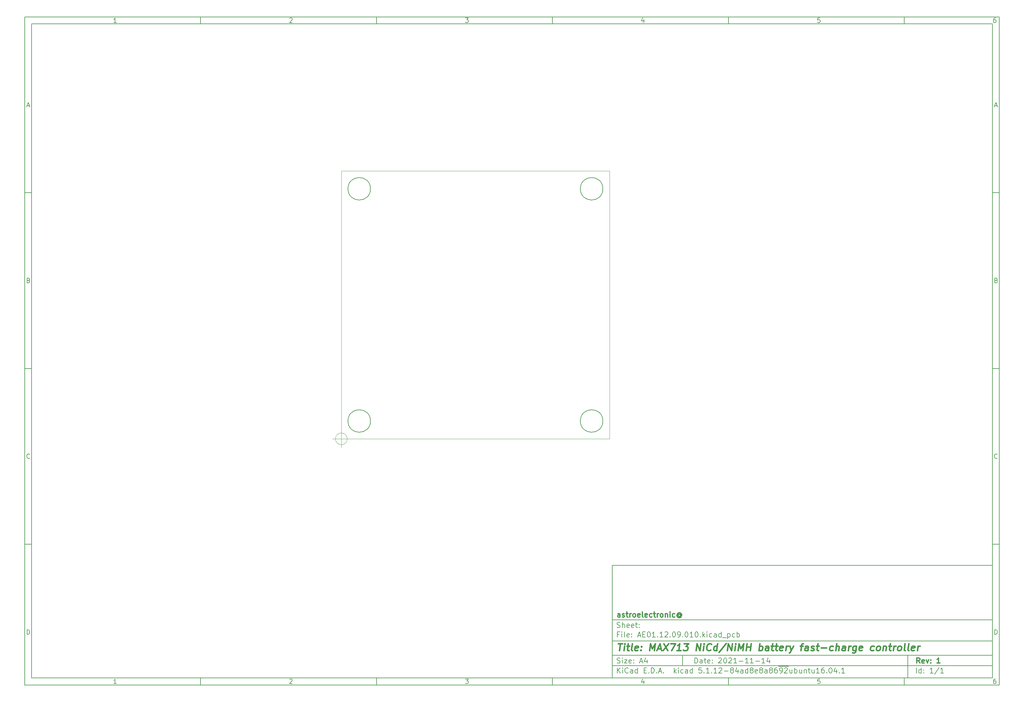
<source format=gbr>
%TF.GenerationSoftware,KiCad,Pcbnew,5.1.12-84ad8e8a86~92~ubuntu16.04.1*%
%TF.CreationDate,2021-11-14T14:14:53+01:00*%
%TF.ProjectId,AE01.12.09.010,41453031-2e31-4322-9e30-392e3031302e,1*%
%TF.SameCoordinates,Original*%
%TF.FileFunction,Other,Comment*%
%FSLAX46Y46*%
G04 Gerber Fmt 4.6, Leading zero omitted, Abs format (unit mm)*
G04 Created by KiCad (PCBNEW 5.1.12-84ad8e8a86~92~ubuntu16.04.1) date 2021-11-14 14:14:53*
%MOMM*%
%LPD*%
G01*
G04 APERTURE LIST*
%ADD10C,0.100000*%
%ADD11C,0.150000*%
%ADD12C,0.300000*%
%ADD13C,0.400000*%
%TA.AperFunction,Profile*%
%ADD14C,0.050000*%
%TD*%
G04 APERTURE END LIST*
D10*
D11*
X177002200Y-166007200D02*
X177002200Y-198007200D01*
X285002200Y-198007200D01*
X285002200Y-166007200D01*
X177002200Y-166007200D01*
D10*
D11*
X10000000Y-10000000D02*
X10000000Y-200007200D01*
X287002200Y-200007200D01*
X287002200Y-10000000D01*
X10000000Y-10000000D01*
D10*
D11*
X12000000Y-12000000D02*
X12000000Y-198007200D01*
X285002200Y-198007200D01*
X285002200Y-12000000D01*
X12000000Y-12000000D01*
D10*
D11*
X60000000Y-12000000D02*
X60000000Y-10000000D01*
D10*
D11*
X110000000Y-12000000D02*
X110000000Y-10000000D01*
D10*
D11*
X160000000Y-12000000D02*
X160000000Y-10000000D01*
D10*
D11*
X210000000Y-12000000D02*
X210000000Y-10000000D01*
D10*
D11*
X260000000Y-12000000D02*
X260000000Y-10000000D01*
D10*
D11*
X36065476Y-11588095D02*
X35322619Y-11588095D01*
X35694047Y-11588095D02*
X35694047Y-10288095D01*
X35570238Y-10473809D01*
X35446428Y-10597619D01*
X35322619Y-10659523D01*
D10*
D11*
X85322619Y-10411904D02*
X85384523Y-10350000D01*
X85508333Y-10288095D01*
X85817857Y-10288095D01*
X85941666Y-10350000D01*
X86003571Y-10411904D01*
X86065476Y-10535714D01*
X86065476Y-10659523D01*
X86003571Y-10845238D01*
X85260714Y-11588095D01*
X86065476Y-11588095D01*
D10*
D11*
X135260714Y-10288095D02*
X136065476Y-10288095D01*
X135632142Y-10783333D01*
X135817857Y-10783333D01*
X135941666Y-10845238D01*
X136003571Y-10907142D01*
X136065476Y-11030952D01*
X136065476Y-11340476D01*
X136003571Y-11464285D01*
X135941666Y-11526190D01*
X135817857Y-11588095D01*
X135446428Y-11588095D01*
X135322619Y-11526190D01*
X135260714Y-11464285D01*
D10*
D11*
X185941666Y-10721428D02*
X185941666Y-11588095D01*
X185632142Y-10226190D02*
X185322619Y-11154761D01*
X186127380Y-11154761D01*
D10*
D11*
X236003571Y-10288095D02*
X235384523Y-10288095D01*
X235322619Y-10907142D01*
X235384523Y-10845238D01*
X235508333Y-10783333D01*
X235817857Y-10783333D01*
X235941666Y-10845238D01*
X236003571Y-10907142D01*
X236065476Y-11030952D01*
X236065476Y-11340476D01*
X236003571Y-11464285D01*
X235941666Y-11526190D01*
X235817857Y-11588095D01*
X235508333Y-11588095D01*
X235384523Y-11526190D01*
X235322619Y-11464285D01*
D10*
D11*
X285941666Y-10288095D02*
X285694047Y-10288095D01*
X285570238Y-10350000D01*
X285508333Y-10411904D01*
X285384523Y-10597619D01*
X285322619Y-10845238D01*
X285322619Y-11340476D01*
X285384523Y-11464285D01*
X285446428Y-11526190D01*
X285570238Y-11588095D01*
X285817857Y-11588095D01*
X285941666Y-11526190D01*
X286003571Y-11464285D01*
X286065476Y-11340476D01*
X286065476Y-11030952D01*
X286003571Y-10907142D01*
X285941666Y-10845238D01*
X285817857Y-10783333D01*
X285570238Y-10783333D01*
X285446428Y-10845238D01*
X285384523Y-10907142D01*
X285322619Y-11030952D01*
D10*
D11*
X60000000Y-198007200D02*
X60000000Y-200007200D01*
D10*
D11*
X110000000Y-198007200D02*
X110000000Y-200007200D01*
D10*
D11*
X160000000Y-198007200D02*
X160000000Y-200007200D01*
D10*
D11*
X210000000Y-198007200D02*
X210000000Y-200007200D01*
D10*
D11*
X260000000Y-198007200D02*
X260000000Y-200007200D01*
D10*
D11*
X36065476Y-199595295D02*
X35322619Y-199595295D01*
X35694047Y-199595295D02*
X35694047Y-198295295D01*
X35570238Y-198481009D01*
X35446428Y-198604819D01*
X35322619Y-198666723D01*
D10*
D11*
X85322619Y-198419104D02*
X85384523Y-198357200D01*
X85508333Y-198295295D01*
X85817857Y-198295295D01*
X85941666Y-198357200D01*
X86003571Y-198419104D01*
X86065476Y-198542914D01*
X86065476Y-198666723D01*
X86003571Y-198852438D01*
X85260714Y-199595295D01*
X86065476Y-199595295D01*
D10*
D11*
X135260714Y-198295295D02*
X136065476Y-198295295D01*
X135632142Y-198790533D01*
X135817857Y-198790533D01*
X135941666Y-198852438D01*
X136003571Y-198914342D01*
X136065476Y-199038152D01*
X136065476Y-199347676D01*
X136003571Y-199471485D01*
X135941666Y-199533390D01*
X135817857Y-199595295D01*
X135446428Y-199595295D01*
X135322619Y-199533390D01*
X135260714Y-199471485D01*
D10*
D11*
X185941666Y-198728628D02*
X185941666Y-199595295D01*
X185632142Y-198233390D02*
X185322619Y-199161961D01*
X186127380Y-199161961D01*
D10*
D11*
X236003571Y-198295295D02*
X235384523Y-198295295D01*
X235322619Y-198914342D01*
X235384523Y-198852438D01*
X235508333Y-198790533D01*
X235817857Y-198790533D01*
X235941666Y-198852438D01*
X236003571Y-198914342D01*
X236065476Y-199038152D01*
X236065476Y-199347676D01*
X236003571Y-199471485D01*
X235941666Y-199533390D01*
X235817857Y-199595295D01*
X235508333Y-199595295D01*
X235384523Y-199533390D01*
X235322619Y-199471485D01*
D10*
D11*
X285941666Y-198295295D02*
X285694047Y-198295295D01*
X285570238Y-198357200D01*
X285508333Y-198419104D01*
X285384523Y-198604819D01*
X285322619Y-198852438D01*
X285322619Y-199347676D01*
X285384523Y-199471485D01*
X285446428Y-199533390D01*
X285570238Y-199595295D01*
X285817857Y-199595295D01*
X285941666Y-199533390D01*
X286003571Y-199471485D01*
X286065476Y-199347676D01*
X286065476Y-199038152D01*
X286003571Y-198914342D01*
X285941666Y-198852438D01*
X285817857Y-198790533D01*
X285570238Y-198790533D01*
X285446428Y-198852438D01*
X285384523Y-198914342D01*
X285322619Y-199038152D01*
D10*
D11*
X10000000Y-60000000D02*
X12000000Y-60000000D01*
D10*
D11*
X10000000Y-110000000D02*
X12000000Y-110000000D01*
D10*
D11*
X10000000Y-160000000D02*
X12000000Y-160000000D01*
D10*
D11*
X10690476Y-35216666D02*
X11309523Y-35216666D01*
X10566666Y-35588095D02*
X11000000Y-34288095D01*
X11433333Y-35588095D01*
D10*
D11*
X11092857Y-84907142D02*
X11278571Y-84969047D01*
X11340476Y-85030952D01*
X11402380Y-85154761D01*
X11402380Y-85340476D01*
X11340476Y-85464285D01*
X11278571Y-85526190D01*
X11154761Y-85588095D01*
X10659523Y-85588095D01*
X10659523Y-84288095D01*
X11092857Y-84288095D01*
X11216666Y-84350000D01*
X11278571Y-84411904D01*
X11340476Y-84535714D01*
X11340476Y-84659523D01*
X11278571Y-84783333D01*
X11216666Y-84845238D01*
X11092857Y-84907142D01*
X10659523Y-84907142D01*
D10*
D11*
X11402380Y-135464285D02*
X11340476Y-135526190D01*
X11154761Y-135588095D01*
X11030952Y-135588095D01*
X10845238Y-135526190D01*
X10721428Y-135402380D01*
X10659523Y-135278571D01*
X10597619Y-135030952D01*
X10597619Y-134845238D01*
X10659523Y-134597619D01*
X10721428Y-134473809D01*
X10845238Y-134350000D01*
X11030952Y-134288095D01*
X11154761Y-134288095D01*
X11340476Y-134350000D01*
X11402380Y-134411904D01*
D10*
D11*
X10659523Y-185588095D02*
X10659523Y-184288095D01*
X10969047Y-184288095D01*
X11154761Y-184350000D01*
X11278571Y-184473809D01*
X11340476Y-184597619D01*
X11402380Y-184845238D01*
X11402380Y-185030952D01*
X11340476Y-185278571D01*
X11278571Y-185402380D01*
X11154761Y-185526190D01*
X10969047Y-185588095D01*
X10659523Y-185588095D01*
D10*
D11*
X287002200Y-60000000D02*
X285002200Y-60000000D01*
D10*
D11*
X287002200Y-110000000D02*
X285002200Y-110000000D01*
D10*
D11*
X287002200Y-160000000D02*
X285002200Y-160000000D01*
D10*
D11*
X285692676Y-35216666D02*
X286311723Y-35216666D01*
X285568866Y-35588095D02*
X286002200Y-34288095D01*
X286435533Y-35588095D01*
D10*
D11*
X286095057Y-84907142D02*
X286280771Y-84969047D01*
X286342676Y-85030952D01*
X286404580Y-85154761D01*
X286404580Y-85340476D01*
X286342676Y-85464285D01*
X286280771Y-85526190D01*
X286156961Y-85588095D01*
X285661723Y-85588095D01*
X285661723Y-84288095D01*
X286095057Y-84288095D01*
X286218866Y-84350000D01*
X286280771Y-84411904D01*
X286342676Y-84535714D01*
X286342676Y-84659523D01*
X286280771Y-84783333D01*
X286218866Y-84845238D01*
X286095057Y-84907142D01*
X285661723Y-84907142D01*
D10*
D11*
X286404580Y-135464285D02*
X286342676Y-135526190D01*
X286156961Y-135588095D01*
X286033152Y-135588095D01*
X285847438Y-135526190D01*
X285723628Y-135402380D01*
X285661723Y-135278571D01*
X285599819Y-135030952D01*
X285599819Y-134845238D01*
X285661723Y-134597619D01*
X285723628Y-134473809D01*
X285847438Y-134350000D01*
X286033152Y-134288095D01*
X286156961Y-134288095D01*
X286342676Y-134350000D01*
X286404580Y-134411904D01*
D10*
D11*
X285661723Y-185588095D02*
X285661723Y-184288095D01*
X285971247Y-184288095D01*
X286156961Y-184350000D01*
X286280771Y-184473809D01*
X286342676Y-184597619D01*
X286404580Y-184845238D01*
X286404580Y-185030952D01*
X286342676Y-185278571D01*
X286280771Y-185402380D01*
X286156961Y-185526190D01*
X285971247Y-185588095D01*
X285661723Y-185588095D01*
D10*
D11*
X200434342Y-193785771D02*
X200434342Y-192285771D01*
X200791485Y-192285771D01*
X201005771Y-192357200D01*
X201148628Y-192500057D01*
X201220057Y-192642914D01*
X201291485Y-192928628D01*
X201291485Y-193142914D01*
X201220057Y-193428628D01*
X201148628Y-193571485D01*
X201005771Y-193714342D01*
X200791485Y-193785771D01*
X200434342Y-193785771D01*
X202577200Y-193785771D02*
X202577200Y-193000057D01*
X202505771Y-192857200D01*
X202362914Y-192785771D01*
X202077200Y-192785771D01*
X201934342Y-192857200D01*
X202577200Y-193714342D02*
X202434342Y-193785771D01*
X202077200Y-193785771D01*
X201934342Y-193714342D01*
X201862914Y-193571485D01*
X201862914Y-193428628D01*
X201934342Y-193285771D01*
X202077200Y-193214342D01*
X202434342Y-193214342D01*
X202577200Y-193142914D01*
X203077200Y-192785771D02*
X203648628Y-192785771D01*
X203291485Y-192285771D02*
X203291485Y-193571485D01*
X203362914Y-193714342D01*
X203505771Y-193785771D01*
X203648628Y-193785771D01*
X204720057Y-193714342D02*
X204577200Y-193785771D01*
X204291485Y-193785771D01*
X204148628Y-193714342D01*
X204077200Y-193571485D01*
X204077200Y-193000057D01*
X204148628Y-192857200D01*
X204291485Y-192785771D01*
X204577200Y-192785771D01*
X204720057Y-192857200D01*
X204791485Y-193000057D01*
X204791485Y-193142914D01*
X204077200Y-193285771D01*
X205434342Y-193642914D02*
X205505771Y-193714342D01*
X205434342Y-193785771D01*
X205362914Y-193714342D01*
X205434342Y-193642914D01*
X205434342Y-193785771D01*
X205434342Y-192857200D02*
X205505771Y-192928628D01*
X205434342Y-193000057D01*
X205362914Y-192928628D01*
X205434342Y-192857200D01*
X205434342Y-193000057D01*
X207220057Y-192428628D02*
X207291485Y-192357200D01*
X207434342Y-192285771D01*
X207791485Y-192285771D01*
X207934342Y-192357200D01*
X208005771Y-192428628D01*
X208077200Y-192571485D01*
X208077200Y-192714342D01*
X208005771Y-192928628D01*
X207148628Y-193785771D01*
X208077200Y-193785771D01*
X209005771Y-192285771D02*
X209148628Y-192285771D01*
X209291485Y-192357200D01*
X209362914Y-192428628D01*
X209434342Y-192571485D01*
X209505771Y-192857200D01*
X209505771Y-193214342D01*
X209434342Y-193500057D01*
X209362914Y-193642914D01*
X209291485Y-193714342D01*
X209148628Y-193785771D01*
X209005771Y-193785771D01*
X208862914Y-193714342D01*
X208791485Y-193642914D01*
X208720057Y-193500057D01*
X208648628Y-193214342D01*
X208648628Y-192857200D01*
X208720057Y-192571485D01*
X208791485Y-192428628D01*
X208862914Y-192357200D01*
X209005771Y-192285771D01*
X210077200Y-192428628D02*
X210148628Y-192357200D01*
X210291485Y-192285771D01*
X210648628Y-192285771D01*
X210791485Y-192357200D01*
X210862914Y-192428628D01*
X210934342Y-192571485D01*
X210934342Y-192714342D01*
X210862914Y-192928628D01*
X210005771Y-193785771D01*
X210934342Y-193785771D01*
X212362914Y-193785771D02*
X211505771Y-193785771D01*
X211934342Y-193785771D02*
X211934342Y-192285771D01*
X211791485Y-192500057D01*
X211648628Y-192642914D01*
X211505771Y-192714342D01*
X213005771Y-193214342D02*
X214148628Y-193214342D01*
X215648628Y-193785771D02*
X214791485Y-193785771D01*
X215220057Y-193785771D02*
X215220057Y-192285771D01*
X215077200Y-192500057D01*
X214934342Y-192642914D01*
X214791485Y-192714342D01*
X217077200Y-193785771D02*
X216220057Y-193785771D01*
X216648628Y-193785771D02*
X216648628Y-192285771D01*
X216505771Y-192500057D01*
X216362914Y-192642914D01*
X216220057Y-192714342D01*
X217720057Y-193214342D02*
X218862914Y-193214342D01*
X220362914Y-193785771D02*
X219505771Y-193785771D01*
X219934342Y-193785771D02*
X219934342Y-192285771D01*
X219791485Y-192500057D01*
X219648628Y-192642914D01*
X219505771Y-192714342D01*
X221648628Y-192785771D02*
X221648628Y-193785771D01*
X221291485Y-192214342D02*
X220934342Y-193285771D01*
X221862914Y-193285771D01*
D10*
D11*
X177002200Y-194507200D02*
X285002200Y-194507200D01*
D10*
D11*
X178434342Y-196585771D02*
X178434342Y-195085771D01*
X179291485Y-196585771D02*
X178648628Y-195728628D01*
X179291485Y-195085771D02*
X178434342Y-195942914D01*
X179934342Y-196585771D02*
X179934342Y-195585771D01*
X179934342Y-195085771D02*
X179862914Y-195157200D01*
X179934342Y-195228628D01*
X180005771Y-195157200D01*
X179934342Y-195085771D01*
X179934342Y-195228628D01*
X181505771Y-196442914D02*
X181434342Y-196514342D01*
X181220057Y-196585771D01*
X181077200Y-196585771D01*
X180862914Y-196514342D01*
X180720057Y-196371485D01*
X180648628Y-196228628D01*
X180577200Y-195942914D01*
X180577200Y-195728628D01*
X180648628Y-195442914D01*
X180720057Y-195300057D01*
X180862914Y-195157200D01*
X181077200Y-195085771D01*
X181220057Y-195085771D01*
X181434342Y-195157200D01*
X181505771Y-195228628D01*
X182791485Y-196585771D02*
X182791485Y-195800057D01*
X182720057Y-195657200D01*
X182577200Y-195585771D01*
X182291485Y-195585771D01*
X182148628Y-195657200D01*
X182791485Y-196514342D02*
X182648628Y-196585771D01*
X182291485Y-196585771D01*
X182148628Y-196514342D01*
X182077200Y-196371485D01*
X182077200Y-196228628D01*
X182148628Y-196085771D01*
X182291485Y-196014342D01*
X182648628Y-196014342D01*
X182791485Y-195942914D01*
X184148628Y-196585771D02*
X184148628Y-195085771D01*
X184148628Y-196514342D02*
X184005771Y-196585771D01*
X183720057Y-196585771D01*
X183577200Y-196514342D01*
X183505771Y-196442914D01*
X183434342Y-196300057D01*
X183434342Y-195871485D01*
X183505771Y-195728628D01*
X183577200Y-195657200D01*
X183720057Y-195585771D01*
X184005771Y-195585771D01*
X184148628Y-195657200D01*
X186005771Y-195800057D02*
X186505771Y-195800057D01*
X186720057Y-196585771D02*
X186005771Y-196585771D01*
X186005771Y-195085771D01*
X186720057Y-195085771D01*
X187362914Y-196442914D02*
X187434342Y-196514342D01*
X187362914Y-196585771D01*
X187291485Y-196514342D01*
X187362914Y-196442914D01*
X187362914Y-196585771D01*
X188077200Y-196585771D02*
X188077200Y-195085771D01*
X188434342Y-195085771D01*
X188648628Y-195157200D01*
X188791485Y-195300057D01*
X188862914Y-195442914D01*
X188934342Y-195728628D01*
X188934342Y-195942914D01*
X188862914Y-196228628D01*
X188791485Y-196371485D01*
X188648628Y-196514342D01*
X188434342Y-196585771D01*
X188077200Y-196585771D01*
X189577200Y-196442914D02*
X189648628Y-196514342D01*
X189577200Y-196585771D01*
X189505771Y-196514342D01*
X189577200Y-196442914D01*
X189577200Y-196585771D01*
X190220057Y-196157200D02*
X190934342Y-196157200D01*
X190077200Y-196585771D02*
X190577200Y-195085771D01*
X191077200Y-196585771D01*
X191577200Y-196442914D02*
X191648628Y-196514342D01*
X191577200Y-196585771D01*
X191505771Y-196514342D01*
X191577200Y-196442914D01*
X191577200Y-196585771D01*
X194577200Y-196585771D02*
X194577200Y-195085771D01*
X194720057Y-196014342D02*
X195148628Y-196585771D01*
X195148628Y-195585771D02*
X194577200Y-196157200D01*
X195791485Y-196585771D02*
X195791485Y-195585771D01*
X195791485Y-195085771D02*
X195720057Y-195157200D01*
X195791485Y-195228628D01*
X195862914Y-195157200D01*
X195791485Y-195085771D01*
X195791485Y-195228628D01*
X197148628Y-196514342D02*
X197005771Y-196585771D01*
X196720057Y-196585771D01*
X196577200Y-196514342D01*
X196505771Y-196442914D01*
X196434342Y-196300057D01*
X196434342Y-195871485D01*
X196505771Y-195728628D01*
X196577200Y-195657200D01*
X196720057Y-195585771D01*
X197005771Y-195585771D01*
X197148628Y-195657200D01*
X198434342Y-196585771D02*
X198434342Y-195800057D01*
X198362914Y-195657200D01*
X198220057Y-195585771D01*
X197934342Y-195585771D01*
X197791485Y-195657200D01*
X198434342Y-196514342D02*
X198291485Y-196585771D01*
X197934342Y-196585771D01*
X197791485Y-196514342D01*
X197720057Y-196371485D01*
X197720057Y-196228628D01*
X197791485Y-196085771D01*
X197934342Y-196014342D01*
X198291485Y-196014342D01*
X198434342Y-195942914D01*
X199791485Y-196585771D02*
X199791485Y-195085771D01*
X199791485Y-196514342D02*
X199648628Y-196585771D01*
X199362914Y-196585771D01*
X199220057Y-196514342D01*
X199148628Y-196442914D01*
X199077200Y-196300057D01*
X199077200Y-195871485D01*
X199148628Y-195728628D01*
X199220057Y-195657200D01*
X199362914Y-195585771D01*
X199648628Y-195585771D01*
X199791485Y-195657200D01*
X202362914Y-195085771D02*
X201648628Y-195085771D01*
X201577200Y-195800057D01*
X201648628Y-195728628D01*
X201791485Y-195657200D01*
X202148628Y-195657200D01*
X202291485Y-195728628D01*
X202362914Y-195800057D01*
X202434342Y-195942914D01*
X202434342Y-196300057D01*
X202362914Y-196442914D01*
X202291485Y-196514342D01*
X202148628Y-196585771D01*
X201791485Y-196585771D01*
X201648628Y-196514342D01*
X201577200Y-196442914D01*
X203077200Y-196442914D02*
X203148628Y-196514342D01*
X203077200Y-196585771D01*
X203005771Y-196514342D01*
X203077200Y-196442914D01*
X203077200Y-196585771D01*
X204577200Y-196585771D02*
X203720057Y-196585771D01*
X204148628Y-196585771D02*
X204148628Y-195085771D01*
X204005771Y-195300057D01*
X203862914Y-195442914D01*
X203720057Y-195514342D01*
X205220057Y-196442914D02*
X205291485Y-196514342D01*
X205220057Y-196585771D01*
X205148628Y-196514342D01*
X205220057Y-196442914D01*
X205220057Y-196585771D01*
X206720057Y-196585771D02*
X205862914Y-196585771D01*
X206291485Y-196585771D02*
X206291485Y-195085771D01*
X206148628Y-195300057D01*
X206005771Y-195442914D01*
X205862914Y-195514342D01*
X207291485Y-195228628D02*
X207362914Y-195157200D01*
X207505771Y-195085771D01*
X207862914Y-195085771D01*
X208005771Y-195157200D01*
X208077200Y-195228628D01*
X208148628Y-195371485D01*
X208148628Y-195514342D01*
X208077200Y-195728628D01*
X207220057Y-196585771D01*
X208148628Y-196585771D01*
X208791485Y-196014342D02*
X209934342Y-196014342D01*
X210862914Y-195728628D02*
X210720057Y-195657200D01*
X210648628Y-195585771D01*
X210577200Y-195442914D01*
X210577200Y-195371485D01*
X210648628Y-195228628D01*
X210720057Y-195157200D01*
X210862914Y-195085771D01*
X211148628Y-195085771D01*
X211291485Y-195157200D01*
X211362914Y-195228628D01*
X211434342Y-195371485D01*
X211434342Y-195442914D01*
X211362914Y-195585771D01*
X211291485Y-195657200D01*
X211148628Y-195728628D01*
X210862914Y-195728628D01*
X210720057Y-195800057D01*
X210648628Y-195871485D01*
X210577200Y-196014342D01*
X210577200Y-196300057D01*
X210648628Y-196442914D01*
X210720057Y-196514342D01*
X210862914Y-196585771D01*
X211148628Y-196585771D01*
X211291485Y-196514342D01*
X211362914Y-196442914D01*
X211434342Y-196300057D01*
X211434342Y-196014342D01*
X211362914Y-195871485D01*
X211291485Y-195800057D01*
X211148628Y-195728628D01*
X212720057Y-195585771D02*
X212720057Y-196585771D01*
X212362914Y-195014342D02*
X212005771Y-196085771D01*
X212934342Y-196085771D01*
X214148628Y-196585771D02*
X214148628Y-195800057D01*
X214077200Y-195657200D01*
X213934342Y-195585771D01*
X213648628Y-195585771D01*
X213505771Y-195657200D01*
X214148628Y-196514342D02*
X214005771Y-196585771D01*
X213648628Y-196585771D01*
X213505771Y-196514342D01*
X213434342Y-196371485D01*
X213434342Y-196228628D01*
X213505771Y-196085771D01*
X213648628Y-196014342D01*
X214005771Y-196014342D01*
X214148628Y-195942914D01*
X215505771Y-196585771D02*
X215505771Y-195085771D01*
X215505771Y-196514342D02*
X215362914Y-196585771D01*
X215077200Y-196585771D01*
X214934342Y-196514342D01*
X214862914Y-196442914D01*
X214791485Y-196300057D01*
X214791485Y-195871485D01*
X214862914Y-195728628D01*
X214934342Y-195657200D01*
X215077200Y-195585771D01*
X215362914Y-195585771D01*
X215505771Y-195657200D01*
X216434342Y-195728628D02*
X216291485Y-195657200D01*
X216220057Y-195585771D01*
X216148628Y-195442914D01*
X216148628Y-195371485D01*
X216220057Y-195228628D01*
X216291485Y-195157200D01*
X216434342Y-195085771D01*
X216720057Y-195085771D01*
X216862914Y-195157200D01*
X216934342Y-195228628D01*
X217005771Y-195371485D01*
X217005771Y-195442914D01*
X216934342Y-195585771D01*
X216862914Y-195657200D01*
X216720057Y-195728628D01*
X216434342Y-195728628D01*
X216291485Y-195800057D01*
X216220057Y-195871485D01*
X216148628Y-196014342D01*
X216148628Y-196300057D01*
X216220057Y-196442914D01*
X216291485Y-196514342D01*
X216434342Y-196585771D01*
X216720057Y-196585771D01*
X216862914Y-196514342D01*
X216934342Y-196442914D01*
X217005771Y-196300057D01*
X217005771Y-196014342D01*
X216934342Y-195871485D01*
X216862914Y-195800057D01*
X216720057Y-195728628D01*
X218220057Y-196514342D02*
X218077200Y-196585771D01*
X217791485Y-196585771D01*
X217648628Y-196514342D01*
X217577200Y-196371485D01*
X217577200Y-195800057D01*
X217648628Y-195657200D01*
X217791485Y-195585771D01*
X218077200Y-195585771D01*
X218220057Y-195657200D01*
X218291485Y-195800057D01*
X218291485Y-195942914D01*
X217577200Y-196085771D01*
X219148628Y-195728628D02*
X219005771Y-195657200D01*
X218934342Y-195585771D01*
X218862914Y-195442914D01*
X218862914Y-195371485D01*
X218934342Y-195228628D01*
X219005771Y-195157200D01*
X219148628Y-195085771D01*
X219434342Y-195085771D01*
X219577200Y-195157200D01*
X219648628Y-195228628D01*
X219720057Y-195371485D01*
X219720057Y-195442914D01*
X219648628Y-195585771D01*
X219577200Y-195657200D01*
X219434342Y-195728628D01*
X219148628Y-195728628D01*
X219005771Y-195800057D01*
X218934342Y-195871485D01*
X218862914Y-196014342D01*
X218862914Y-196300057D01*
X218934342Y-196442914D01*
X219005771Y-196514342D01*
X219148628Y-196585771D01*
X219434342Y-196585771D01*
X219577200Y-196514342D01*
X219648628Y-196442914D01*
X219720057Y-196300057D01*
X219720057Y-196014342D01*
X219648628Y-195871485D01*
X219577200Y-195800057D01*
X219434342Y-195728628D01*
X221005771Y-196585771D02*
X221005771Y-195800057D01*
X220934342Y-195657200D01*
X220791485Y-195585771D01*
X220505771Y-195585771D01*
X220362914Y-195657200D01*
X221005771Y-196514342D02*
X220862914Y-196585771D01*
X220505771Y-196585771D01*
X220362914Y-196514342D01*
X220291485Y-196371485D01*
X220291485Y-196228628D01*
X220362914Y-196085771D01*
X220505771Y-196014342D01*
X220862914Y-196014342D01*
X221005771Y-195942914D01*
X221934342Y-195728628D02*
X221791485Y-195657200D01*
X221720057Y-195585771D01*
X221648628Y-195442914D01*
X221648628Y-195371485D01*
X221720057Y-195228628D01*
X221791485Y-195157200D01*
X221934342Y-195085771D01*
X222220057Y-195085771D01*
X222362914Y-195157200D01*
X222434342Y-195228628D01*
X222505771Y-195371485D01*
X222505771Y-195442914D01*
X222434342Y-195585771D01*
X222362914Y-195657200D01*
X222220057Y-195728628D01*
X221934342Y-195728628D01*
X221791485Y-195800057D01*
X221720057Y-195871485D01*
X221648628Y-196014342D01*
X221648628Y-196300057D01*
X221720057Y-196442914D01*
X221791485Y-196514342D01*
X221934342Y-196585771D01*
X222220057Y-196585771D01*
X222362914Y-196514342D01*
X222434342Y-196442914D01*
X222505771Y-196300057D01*
X222505771Y-196014342D01*
X222434342Y-195871485D01*
X222362914Y-195800057D01*
X222220057Y-195728628D01*
X223791485Y-195085771D02*
X223505771Y-195085771D01*
X223362914Y-195157200D01*
X223291485Y-195228628D01*
X223148628Y-195442914D01*
X223077200Y-195728628D01*
X223077200Y-196300057D01*
X223148628Y-196442914D01*
X223220057Y-196514342D01*
X223362914Y-196585771D01*
X223648628Y-196585771D01*
X223791485Y-196514342D01*
X223862914Y-196442914D01*
X223934342Y-196300057D01*
X223934342Y-195942914D01*
X223862914Y-195800057D01*
X223791485Y-195728628D01*
X223648628Y-195657200D01*
X223362914Y-195657200D01*
X223220057Y-195728628D01*
X223148628Y-195800057D01*
X223077200Y-195942914D01*
X224220057Y-194677200D02*
X225648628Y-194677200D01*
X224648628Y-196585771D02*
X224934342Y-196585771D01*
X225077200Y-196514342D01*
X225148628Y-196442914D01*
X225291485Y-196228628D01*
X225362914Y-195942914D01*
X225362914Y-195371485D01*
X225291485Y-195228628D01*
X225220057Y-195157200D01*
X225077200Y-195085771D01*
X224791485Y-195085771D01*
X224648628Y-195157200D01*
X224577200Y-195228628D01*
X224505771Y-195371485D01*
X224505771Y-195728628D01*
X224577200Y-195871485D01*
X224648628Y-195942914D01*
X224791485Y-196014342D01*
X225077200Y-196014342D01*
X225220057Y-195942914D01*
X225291485Y-195871485D01*
X225362914Y-195728628D01*
X225648628Y-194677200D02*
X227077199Y-194677200D01*
X225934342Y-195228628D02*
X226005771Y-195157200D01*
X226148628Y-195085771D01*
X226505771Y-195085771D01*
X226648628Y-195157200D01*
X226720057Y-195228628D01*
X226791485Y-195371485D01*
X226791485Y-195514342D01*
X226720057Y-195728628D01*
X225862914Y-196585771D01*
X226791485Y-196585771D01*
X228077199Y-195585771D02*
X228077199Y-196585771D01*
X227434342Y-195585771D02*
X227434342Y-196371485D01*
X227505771Y-196514342D01*
X227648628Y-196585771D01*
X227862914Y-196585771D01*
X228005771Y-196514342D01*
X228077199Y-196442914D01*
X228791485Y-196585771D02*
X228791485Y-195085771D01*
X228791485Y-195657200D02*
X228934342Y-195585771D01*
X229220057Y-195585771D01*
X229362914Y-195657200D01*
X229434342Y-195728628D01*
X229505771Y-195871485D01*
X229505771Y-196300057D01*
X229434342Y-196442914D01*
X229362914Y-196514342D01*
X229220057Y-196585771D01*
X228934342Y-196585771D01*
X228791485Y-196514342D01*
X230791485Y-195585771D02*
X230791485Y-196585771D01*
X230148628Y-195585771D02*
X230148628Y-196371485D01*
X230220057Y-196514342D01*
X230362914Y-196585771D01*
X230577199Y-196585771D01*
X230720057Y-196514342D01*
X230791485Y-196442914D01*
X231505771Y-195585771D02*
X231505771Y-196585771D01*
X231505771Y-195728628D02*
X231577199Y-195657200D01*
X231720057Y-195585771D01*
X231934342Y-195585771D01*
X232077199Y-195657200D01*
X232148628Y-195800057D01*
X232148628Y-196585771D01*
X232648628Y-195585771D02*
X233220057Y-195585771D01*
X232862914Y-195085771D02*
X232862914Y-196371485D01*
X232934342Y-196514342D01*
X233077200Y-196585771D01*
X233220057Y-196585771D01*
X234362914Y-195585771D02*
X234362914Y-196585771D01*
X233720057Y-195585771D02*
X233720057Y-196371485D01*
X233791485Y-196514342D01*
X233934342Y-196585771D01*
X234148628Y-196585771D01*
X234291485Y-196514342D01*
X234362914Y-196442914D01*
X235862914Y-196585771D02*
X235005771Y-196585771D01*
X235434342Y-196585771D02*
X235434342Y-195085771D01*
X235291485Y-195300057D01*
X235148628Y-195442914D01*
X235005771Y-195514342D01*
X237148628Y-195085771D02*
X236862914Y-195085771D01*
X236720057Y-195157200D01*
X236648628Y-195228628D01*
X236505771Y-195442914D01*
X236434342Y-195728628D01*
X236434342Y-196300057D01*
X236505771Y-196442914D01*
X236577199Y-196514342D01*
X236720057Y-196585771D01*
X237005771Y-196585771D01*
X237148628Y-196514342D01*
X237220057Y-196442914D01*
X237291485Y-196300057D01*
X237291485Y-195942914D01*
X237220057Y-195800057D01*
X237148628Y-195728628D01*
X237005771Y-195657200D01*
X236720057Y-195657200D01*
X236577199Y-195728628D01*
X236505771Y-195800057D01*
X236434342Y-195942914D01*
X237934342Y-196442914D02*
X238005771Y-196514342D01*
X237934342Y-196585771D01*
X237862914Y-196514342D01*
X237934342Y-196442914D01*
X237934342Y-196585771D01*
X238934342Y-195085771D02*
X239077199Y-195085771D01*
X239220057Y-195157200D01*
X239291485Y-195228628D01*
X239362914Y-195371485D01*
X239434342Y-195657200D01*
X239434342Y-196014342D01*
X239362914Y-196300057D01*
X239291485Y-196442914D01*
X239220057Y-196514342D01*
X239077199Y-196585771D01*
X238934342Y-196585771D01*
X238791485Y-196514342D01*
X238720057Y-196442914D01*
X238648628Y-196300057D01*
X238577199Y-196014342D01*
X238577199Y-195657200D01*
X238648628Y-195371485D01*
X238720057Y-195228628D01*
X238791485Y-195157200D01*
X238934342Y-195085771D01*
X240720057Y-195585771D02*
X240720057Y-196585771D01*
X240362914Y-195014342D02*
X240005771Y-196085771D01*
X240934342Y-196085771D01*
X241505771Y-196442914D02*
X241577199Y-196514342D01*
X241505771Y-196585771D01*
X241434342Y-196514342D01*
X241505771Y-196442914D01*
X241505771Y-196585771D01*
X243005771Y-196585771D02*
X242148628Y-196585771D01*
X242577199Y-196585771D02*
X242577199Y-195085771D01*
X242434342Y-195300057D01*
X242291485Y-195442914D01*
X242148628Y-195514342D01*
D10*
D11*
X177002200Y-191507200D02*
X285002200Y-191507200D01*
D10*
D12*
X264411485Y-193785771D02*
X263911485Y-193071485D01*
X263554342Y-193785771D02*
X263554342Y-192285771D01*
X264125771Y-192285771D01*
X264268628Y-192357200D01*
X264340057Y-192428628D01*
X264411485Y-192571485D01*
X264411485Y-192785771D01*
X264340057Y-192928628D01*
X264268628Y-193000057D01*
X264125771Y-193071485D01*
X263554342Y-193071485D01*
X265625771Y-193714342D02*
X265482914Y-193785771D01*
X265197200Y-193785771D01*
X265054342Y-193714342D01*
X264982914Y-193571485D01*
X264982914Y-193000057D01*
X265054342Y-192857200D01*
X265197200Y-192785771D01*
X265482914Y-192785771D01*
X265625771Y-192857200D01*
X265697200Y-193000057D01*
X265697200Y-193142914D01*
X264982914Y-193285771D01*
X266197200Y-192785771D02*
X266554342Y-193785771D01*
X266911485Y-192785771D01*
X267482914Y-193642914D02*
X267554342Y-193714342D01*
X267482914Y-193785771D01*
X267411485Y-193714342D01*
X267482914Y-193642914D01*
X267482914Y-193785771D01*
X267482914Y-192857200D02*
X267554342Y-192928628D01*
X267482914Y-193000057D01*
X267411485Y-192928628D01*
X267482914Y-192857200D01*
X267482914Y-193000057D01*
X270125771Y-193785771D02*
X269268628Y-193785771D01*
X269697200Y-193785771D02*
X269697200Y-192285771D01*
X269554342Y-192500057D01*
X269411485Y-192642914D01*
X269268628Y-192714342D01*
D10*
D11*
X178362914Y-193714342D02*
X178577200Y-193785771D01*
X178934342Y-193785771D01*
X179077200Y-193714342D01*
X179148628Y-193642914D01*
X179220057Y-193500057D01*
X179220057Y-193357200D01*
X179148628Y-193214342D01*
X179077200Y-193142914D01*
X178934342Y-193071485D01*
X178648628Y-193000057D01*
X178505771Y-192928628D01*
X178434342Y-192857200D01*
X178362914Y-192714342D01*
X178362914Y-192571485D01*
X178434342Y-192428628D01*
X178505771Y-192357200D01*
X178648628Y-192285771D01*
X179005771Y-192285771D01*
X179220057Y-192357200D01*
X179862914Y-193785771D02*
X179862914Y-192785771D01*
X179862914Y-192285771D02*
X179791485Y-192357200D01*
X179862914Y-192428628D01*
X179934342Y-192357200D01*
X179862914Y-192285771D01*
X179862914Y-192428628D01*
X180434342Y-192785771D02*
X181220057Y-192785771D01*
X180434342Y-193785771D01*
X181220057Y-193785771D01*
X182362914Y-193714342D02*
X182220057Y-193785771D01*
X181934342Y-193785771D01*
X181791485Y-193714342D01*
X181720057Y-193571485D01*
X181720057Y-193000057D01*
X181791485Y-192857200D01*
X181934342Y-192785771D01*
X182220057Y-192785771D01*
X182362914Y-192857200D01*
X182434342Y-193000057D01*
X182434342Y-193142914D01*
X181720057Y-193285771D01*
X183077200Y-193642914D02*
X183148628Y-193714342D01*
X183077200Y-193785771D01*
X183005771Y-193714342D01*
X183077200Y-193642914D01*
X183077200Y-193785771D01*
X183077200Y-192857200D02*
X183148628Y-192928628D01*
X183077200Y-193000057D01*
X183005771Y-192928628D01*
X183077200Y-192857200D01*
X183077200Y-193000057D01*
X184862914Y-193357200D02*
X185577200Y-193357200D01*
X184720057Y-193785771D02*
X185220057Y-192285771D01*
X185720057Y-193785771D01*
X186862914Y-192785771D02*
X186862914Y-193785771D01*
X186505771Y-192214342D02*
X186148628Y-193285771D01*
X187077200Y-193285771D01*
D10*
D11*
X263434342Y-196585771D02*
X263434342Y-195085771D01*
X264791485Y-196585771D02*
X264791485Y-195085771D01*
X264791485Y-196514342D02*
X264648628Y-196585771D01*
X264362914Y-196585771D01*
X264220057Y-196514342D01*
X264148628Y-196442914D01*
X264077200Y-196300057D01*
X264077200Y-195871485D01*
X264148628Y-195728628D01*
X264220057Y-195657200D01*
X264362914Y-195585771D01*
X264648628Y-195585771D01*
X264791485Y-195657200D01*
X265505771Y-196442914D02*
X265577200Y-196514342D01*
X265505771Y-196585771D01*
X265434342Y-196514342D01*
X265505771Y-196442914D01*
X265505771Y-196585771D01*
X265505771Y-195657200D02*
X265577200Y-195728628D01*
X265505771Y-195800057D01*
X265434342Y-195728628D01*
X265505771Y-195657200D01*
X265505771Y-195800057D01*
X268148628Y-196585771D02*
X267291485Y-196585771D01*
X267720057Y-196585771D02*
X267720057Y-195085771D01*
X267577200Y-195300057D01*
X267434342Y-195442914D01*
X267291485Y-195514342D01*
X269862914Y-195014342D02*
X268577200Y-196942914D01*
X271148628Y-196585771D02*
X270291485Y-196585771D01*
X270720057Y-196585771D02*
X270720057Y-195085771D01*
X270577200Y-195300057D01*
X270434342Y-195442914D01*
X270291485Y-195514342D01*
D10*
D11*
X177002200Y-187507200D02*
X285002200Y-187507200D01*
D10*
D13*
X178714580Y-188211961D02*
X179857438Y-188211961D01*
X179036009Y-190211961D02*
X179286009Y-188211961D01*
X180274104Y-190211961D02*
X180440771Y-188878628D01*
X180524104Y-188211961D02*
X180416961Y-188307200D01*
X180500295Y-188402438D01*
X180607438Y-188307200D01*
X180524104Y-188211961D01*
X180500295Y-188402438D01*
X181107438Y-188878628D02*
X181869342Y-188878628D01*
X181476485Y-188211961D02*
X181262200Y-189926247D01*
X181333628Y-190116723D01*
X181512200Y-190211961D01*
X181702676Y-190211961D01*
X182655057Y-190211961D02*
X182476485Y-190116723D01*
X182405057Y-189926247D01*
X182619342Y-188211961D01*
X184190771Y-190116723D02*
X183988390Y-190211961D01*
X183607438Y-190211961D01*
X183428866Y-190116723D01*
X183357438Y-189926247D01*
X183452676Y-189164342D01*
X183571723Y-188973866D01*
X183774104Y-188878628D01*
X184155057Y-188878628D01*
X184333628Y-188973866D01*
X184405057Y-189164342D01*
X184381247Y-189354819D01*
X183405057Y-189545295D01*
X185155057Y-190021485D02*
X185238390Y-190116723D01*
X185131247Y-190211961D01*
X185047914Y-190116723D01*
X185155057Y-190021485D01*
X185131247Y-190211961D01*
X185286009Y-188973866D02*
X185369342Y-189069104D01*
X185262200Y-189164342D01*
X185178866Y-189069104D01*
X185286009Y-188973866D01*
X185262200Y-189164342D01*
X187607438Y-190211961D02*
X187857438Y-188211961D01*
X188345533Y-189640533D01*
X189190771Y-188211961D01*
X188940771Y-190211961D01*
X189869342Y-189640533D02*
X190821723Y-189640533D01*
X189607438Y-190211961D02*
X190524104Y-188211961D01*
X190940771Y-190211961D01*
X191666961Y-188211961D02*
X192750295Y-190211961D01*
X193000295Y-188211961D02*
X191416961Y-190211961D01*
X193571723Y-188211961D02*
X194905057Y-188211961D01*
X193797914Y-190211961D01*
X196464580Y-190211961D02*
X195321723Y-190211961D01*
X195893152Y-190211961D02*
X196143152Y-188211961D01*
X195916961Y-188497676D01*
X195702676Y-188688152D01*
X195500295Y-188783390D01*
X197381247Y-188211961D02*
X198619342Y-188211961D01*
X197857438Y-188973866D01*
X198143152Y-188973866D01*
X198321723Y-189069104D01*
X198405057Y-189164342D01*
X198476485Y-189354819D01*
X198416961Y-189831009D01*
X198297914Y-190021485D01*
X198190771Y-190116723D01*
X197988390Y-190211961D01*
X197416961Y-190211961D01*
X197238390Y-190116723D01*
X197155057Y-190021485D01*
X200750295Y-190211961D02*
X201000295Y-188211961D01*
X201893152Y-190211961D01*
X202143152Y-188211961D01*
X202845533Y-190211961D02*
X203012200Y-188878628D01*
X203095533Y-188211961D02*
X202988390Y-188307200D01*
X203071723Y-188402438D01*
X203178866Y-188307200D01*
X203095533Y-188211961D01*
X203071723Y-188402438D01*
X204964580Y-190021485D02*
X204857438Y-190116723D01*
X204559819Y-190211961D01*
X204369342Y-190211961D01*
X204095533Y-190116723D01*
X203928866Y-189926247D01*
X203857438Y-189735771D01*
X203809819Y-189354819D01*
X203845533Y-189069104D01*
X203988390Y-188688152D01*
X204107438Y-188497676D01*
X204321723Y-188307200D01*
X204619342Y-188211961D01*
X204809819Y-188211961D01*
X205083628Y-188307200D01*
X205166961Y-188402438D01*
X206655057Y-190211961D02*
X206905057Y-188211961D01*
X206666961Y-190116723D02*
X206464580Y-190211961D01*
X206083628Y-190211961D01*
X205905057Y-190116723D01*
X205821723Y-190021485D01*
X205750295Y-189831009D01*
X205821723Y-189259580D01*
X205940771Y-189069104D01*
X206047914Y-188973866D01*
X206250295Y-188878628D01*
X206631247Y-188878628D01*
X206809819Y-188973866D01*
X209297914Y-188116723D02*
X207262200Y-190688152D01*
X209702676Y-190211961D02*
X209952676Y-188211961D01*
X210845533Y-190211961D01*
X211095533Y-188211961D01*
X211797914Y-190211961D02*
X211964580Y-188878628D01*
X212047914Y-188211961D02*
X211940771Y-188307200D01*
X212024104Y-188402438D01*
X212131247Y-188307200D01*
X212047914Y-188211961D01*
X212024104Y-188402438D01*
X212750295Y-190211961D02*
X213000295Y-188211961D01*
X213488390Y-189640533D01*
X214333628Y-188211961D01*
X214083628Y-190211961D01*
X215036009Y-190211961D02*
X215286009Y-188211961D01*
X215166961Y-189164342D02*
X216309819Y-189164342D01*
X216178866Y-190211961D02*
X216428866Y-188211961D01*
X218655057Y-190211961D02*
X218905057Y-188211961D01*
X218809819Y-188973866D02*
X219012200Y-188878628D01*
X219393152Y-188878628D01*
X219571723Y-188973866D01*
X219655057Y-189069104D01*
X219726485Y-189259580D01*
X219655057Y-189831009D01*
X219536009Y-190021485D01*
X219428866Y-190116723D01*
X219226485Y-190211961D01*
X218845533Y-190211961D01*
X218666961Y-190116723D01*
X221321723Y-190211961D02*
X221452676Y-189164342D01*
X221381247Y-188973866D01*
X221202676Y-188878628D01*
X220821723Y-188878628D01*
X220619342Y-188973866D01*
X221333628Y-190116723D02*
X221131247Y-190211961D01*
X220655057Y-190211961D01*
X220476485Y-190116723D01*
X220405057Y-189926247D01*
X220428866Y-189735771D01*
X220547914Y-189545295D01*
X220750295Y-189450057D01*
X221226485Y-189450057D01*
X221428866Y-189354819D01*
X222155057Y-188878628D02*
X222916961Y-188878628D01*
X222524104Y-188211961D02*
X222309819Y-189926247D01*
X222381247Y-190116723D01*
X222559819Y-190211961D01*
X222750295Y-190211961D01*
X223297914Y-188878628D02*
X224059819Y-188878628D01*
X223666961Y-188211961D02*
X223452676Y-189926247D01*
X223524104Y-190116723D01*
X223702676Y-190211961D01*
X223893152Y-190211961D01*
X225333628Y-190116723D02*
X225131247Y-190211961D01*
X224750295Y-190211961D01*
X224571723Y-190116723D01*
X224500295Y-189926247D01*
X224595533Y-189164342D01*
X224714580Y-188973866D01*
X224916961Y-188878628D01*
X225297914Y-188878628D01*
X225476485Y-188973866D01*
X225547914Y-189164342D01*
X225524104Y-189354819D01*
X224547914Y-189545295D01*
X226274104Y-190211961D02*
X226440771Y-188878628D01*
X226393152Y-189259580D02*
X226512200Y-189069104D01*
X226619342Y-188973866D01*
X226821723Y-188878628D01*
X227012199Y-188878628D01*
X227488390Y-188878628D02*
X227797914Y-190211961D01*
X228440771Y-188878628D02*
X227797914Y-190211961D01*
X227547914Y-190688152D01*
X227440771Y-190783390D01*
X227238390Y-190878628D01*
X230440771Y-188878628D02*
X231202676Y-188878628D01*
X230559819Y-190211961D02*
X230774104Y-188497676D01*
X230893152Y-188307200D01*
X231095533Y-188211961D01*
X231286009Y-188211961D01*
X232559819Y-190211961D02*
X232690771Y-189164342D01*
X232619342Y-188973866D01*
X232440771Y-188878628D01*
X232059819Y-188878628D01*
X231857438Y-188973866D01*
X232571723Y-190116723D02*
X232369342Y-190211961D01*
X231893152Y-190211961D01*
X231714580Y-190116723D01*
X231643152Y-189926247D01*
X231666961Y-189735771D01*
X231786009Y-189545295D01*
X231988390Y-189450057D01*
X232464580Y-189450057D01*
X232666961Y-189354819D01*
X233428866Y-190116723D02*
X233607438Y-190211961D01*
X233988390Y-190211961D01*
X234190771Y-190116723D01*
X234309819Y-189926247D01*
X234321723Y-189831009D01*
X234250295Y-189640533D01*
X234071723Y-189545295D01*
X233786009Y-189545295D01*
X233607438Y-189450057D01*
X233536009Y-189259580D01*
X233547914Y-189164342D01*
X233666961Y-188973866D01*
X233869342Y-188878628D01*
X234155057Y-188878628D01*
X234333628Y-188973866D01*
X235012199Y-188878628D02*
X235774104Y-188878628D01*
X235381247Y-188211961D02*
X235166961Y-189926247D01*
X235238390Y-190116723D01*
X235416961Y-190211961D01*
X235607438Y-190211961D01*
X236369342Y-189450057D02*
X237893152Y-189450057D01*
X239619342Y-190116723D02*
X239416961Y-190211961D01*
X239036009Y-190211961D01*
X238857438Y-190116723D01*
X238774104Y-190021485D01*
X238702676Y-189831009D01*
X238774104Y-189259580D01*
X238893152Y-189069104D01*
X239000295Y-188973866D01*
X239202676Y-188878628D01*
X239583628Y-188878628D01*
X239762199Y-188973866D01*
X240464580Y-190211961D02*
X240714580Y-188211961D01*
X241321723Y-190211961D02*
X241452676Y-189164342D01*
X241381247Y-188973866D01*
X241202676Y-188878628D01*
X240916961Y-188878628D01*
X240714580Y-188973866D01*
X240607438Y-189069104D01*
X243131247Y-190211961D02*
X243262199Y-189164342D01*
X243190771Y-188973866D01*
X243012199Y-188878628D01*
X242631247Y-188878628D01*
X242428866Y-188973866D01*
X243143152Y-190116723D02*
X242940771Y-190211961D01*
X242464580Y-190211961D01*
X242286009Y-190116723D01*
X242214580Y-189926247D01*
X242238390Y-189735771D01*
X242357438Y-189545295D01*
X242559819Y-189450057D01*
X243036009Y-189450057D01*
X243238390Y-189354819D01*
X244083628Y-190211961D02*
X244250295Y-188878628D01*
X244202676Y-189259580D02*
X244321723Y-189069104D01*
X244428866Y-188973866D01*
X244631247Y-188878628D01*
X244821723Y-188878628D01*
X246345533Y-188878628D02*
X246143152Y-190497676D01*
X246024104Y-190688152D01*
X245916961Y-190783390D01*
X245714580Y-190878628D01*
X245428866Y-190878628D01*
X245250295Y-190783390D01*
X246190771Y-190116723D02*
X245988390Y-190211961D01*
X245607438Y-190211961D01*
X245428866Y-190116723D01*
X245345533Y-190021485D01*
X245274104Y-189831009D01*
X245345533Y-189259580D01*
X245464580Y-189069104D01*
X245571723Y-188973866D01*
X245774104Y-188878628D01*
X246155057Y-188878628D01*
X246333628Y-188973866D01*
X247905057Y-190116723D02*
X247702676Y-190211961D01*
X247321723Y-190211961D01*
X247143152Y-190116723D01*
X247071723Y-189926247D01*
X247166961Y-189164342D01*
X247286009Y-188973866D01*
X247488390Y-188878628D01*
X247869342Y-188878628D01*
X248047914Y-188973866D01*
X248119342Y-189164342D01*
X248095533Y-189354819D01*
X247119342Y-189545295D01*
X251238390Y-190116723D02*
X251036009Y-190211961D01*
X250655057Y-190211961D01*
X250476485Y-190116723D01*
X250393152Y-190021485D01*
X250321723Y-189831009D01*
X250393152Y-189259580D01*
X250512200Y-189069104D01*
X250619342Y-188973866D01*
X250821723Y-188878628D01*
X251202676Y-188878628D01*
X251381247Y-188973866D01*
X252369342Y-190211961D02*
X252190771Y-190116723D01*
X252107438Y-190021485D01*
X252036009Y-189831009D01*
X252107438Y-189259580D01*
X252226485Y-189069104D01*
X252333628Y-188973866D01*
X252536009Y-188878628D01*
X252821723Y-188878628D01*
X253000295Y-188973866D01*
X253083628Y-189069104D01*
X253155057Y-189259580D01*
X253083628Y-189831009D01*
X252964580Y-190021485D01*
X252857438Y-190116723D01*
X252655057Y-190211961D01*
X252369342Y-190211961D01*
X254059819Y-188878628D02*
X253893152Y-190211961D01*
X254036009Y-189069104D02*
X254143152Y-188973866D01*
X254345533Y-188878628D01*
X254631247Y-188878628D01*
X254809819Y-188973866D01*
X254881247Y-189164342D01*
X254750295Y-190211961D01*
X255583628Y-188878628D02*
X256345533Y-188878628D01*
X255952676Y-188211961D02*
X255738390Y-189926247D01*
X255809819Y-190116723D01*
X255988390Y-190211961D01*
X256178866Y-190211961D01*
X256845533Y-190211961D02*
X257012200Y-188878628D01*
X256964580Y-189259580D02*
X257083628Y-189069104D01*
X257190771Y-188973866D01*
X257393152Y-188878628D01*
X257583628Y-188878628D01*
X258369342Y-190211961D02*
X258190771Y-190116723D01*
X258107438Y-190021485D01*
X258036009Y-189831009D01*
X258107438Y-189259580D01*
X258226485Y-189069104D01*
X258333628Y-188973866D01*
X258536009Y-188878628D01*
X258821723Y-188878628D01*
X259000295Y-188973866D01*
X259083628Y-189069104D01*
X259155057Y-189259580D01*
X259083628Y-189831009D01*
X258964580Y-190021485D01*
X258857438Y-190116723D01*
X258655057Y-190211961D01*
X258369342Y-190211961D01*
X260178866Y-190211961D02*
X260000295Y-190116723D01*
X259928866Y-189926247D01*
X260143152Y-188211961D01*
X261226485Y-190211961D02*
X261047914Y-190116723D01*
X260976485Y-189926247D01*
X261190771Y-188211961D01*
X262762199Y-190116723D02*
X262559819Y-190211961D01*
X262178866Y-190211961D01*
X262000295Y-190116723D01*
X261928866Y-189926247D01*
X262024104Y-189164342D01*
X262143152Y-188973866D01*
X262345533Y-188878628D01*
X262726485Y-188878628D01*
X262905057Y-188973866D01*
X262976485Y-189164342D01*
X262952676Y-189354819D01*
X261976485Y-189545295D01*
X263702676Y-190211961D02*
X263869342Y-188878628D01*
X263821723Y-189259580D02*
X263940771Y-189069104D01*
X264047914Y-188973866D01*
X264250295Y-188878628D01*
X264440771Y-188878628D01*
D10*
D11*
X178934342Y-185600057D02*
X178434342Y-185600057D01*
X178434342Y-186385771D02*
X178434342Y-184885771D01*
X179148628Y-184885771D01*
X179720057Y-186385771D02*
X179720057Y-185385771D01*
X179720057Y-184885771D02*
X179648628Y-184957200D01*
X179720057Y-185028628D01*
X179791485Y-184957200D01*
X179720057Y-184885771D01*
X179720057Y-185028628D01*
X180648628Y-186385771D02*
X180505771Y-186314342D01*
X180434342Y-186171485D01*
X180434342Y-184885771D01*
X181791485Y-186314342D02*
X181648628Y-186385771D01*
X181362914Y-186385771D01*
X181220057Y-186314342D01*
X181148628Y-186171485D01*
X181148628Y-185600057D01*
X181220057Y-185457200D01*
X181362914Y-185385771D01*
X181648628Y-185385771D01*
X181791485Y-185457200D01*
X181862914Y-185600057D01*
X181862914Y-185742914D01*
X181148628Y-185885771D01*
X182505771Y-186242914D02*
X182577200Y-186314342D01*
X182505771Y-186385771D01*
X182434342Y-186314342D01*
X182505771Y-186242914D01*
X182505771Y-186385771D01*
X182505771Y-185457200D02*
X182577200Y-185528628D01*
X182505771Y-185600057D01*
X182434342Y-185528628D01*
X182505771Y-185457200D01*
X182505771Y-185600057D01*
X184291485Y-185957200D02*
X185005771Y-185957200D01*
X184148628Y-186385771D02*
X184648628Y-184885771D01*
X185148628Y-186385771D01*
X185648628Y-185600057D02*
X186148628Y-185600057D01*
X186362914Y-186385771D02*
X185648628Y-186385771D01*
X185648628Y-184885771D01*
X186362914Y-184885771D01*
X187291485Y-184885771D02*
X187434342Y-184885771D01*
X187577200Y-184957200D01*
X187648628Y-185028628D01*
X187720057Y-185171485D01*
X187791485Y-185457200D01*
X187791485Y-185814342D01*
X187720057Y-186100057D01*
X187648628Y-186242914D01*
X187577200Y-186314342D01*
X187434342Y-186385771D01*
X187291485Y-186385771D01*
X187148628Y-186314342D01*
X187077200Y-186242914D01*
X187005771Y-186100057D01*
X186934342Y-185814342D01*
X186934342Y-185457200D01*
X187005771Y-185171485D01*
X187077200Y-185028628D01*
X187148628Y-184957200D01*
X187291485Y-184885771D01*
X189220057Y-186385771D02*
X188362914Y-186385771D01*
X188791485Y-186385771D02*
X188791485Y-184885771D01*
X188648628Y-185100057D01*
X188505771Y-185242914D01*
X188362914Y-185314342D01*
X189862914Y-186242914D02*
X189934342Y-186314342D01*
X189862914Y-186385771D01*
X189791485Y-186314342D01*
X189862914Y-186242914D01*
X189862914Y-186385771D01*
X191362914Y-186385771D02*
X190505771Y-186385771D01*
X190934342Y-186385771D02*
X190934342Y-184885771D01*
X190791485Y-185100057D01*
X190648628Y-185242914D01*
X190505771Y-185314342D01*
X191934342Y-185028628D02*
X192005771Y-184957200D01*
X192148628Y-184885771D01*
X192505771Y-184885771D01*
X192648628Y-184957200D01*
X192720057Y-185028628D01*
X192791485Y-185171485D01*
X192791485Y-185314342D01*
X192720057Y-185528628D01*
X191862914Y-186385771D01*
X192791485Y-186385771D01*
X193434342Y-186242914D02*
X193505771Y-186314342D01*
X193434342Y-186385771D01*
X193362914Y-186314342D01*
X193434342Y-186242914D01*
X193434342Y-186385771D01*
X194434342Y-184885771D02*
X194577200Y-184885771D01*
X194720057Y-184957200D01*
X194791485Y-185028628D01*
X194862914Y-185171485D01*
X194934342Y-185457200D01*
X194934342Y-185814342D01*
X194862914Y-186100057D01*
X194791485Y-186242914D01*
X194720057Y-186314342D01*
X194577200Y-186385771D01*
X194434342Y-186385771D01*
X194291485Y-186314342D01*
X194220057Y-186242914D01*
X194148628Y-186100057D01*
X194077200Y-185814342D01*
X194077200Y-185457200D01*
X194148628Y-185171485D01*
X194220057Y-185028628D01*
X194291485Y-184957200D01*
X194434342Y-184885771D01*
X195648628Y-186385771D02*
X195934342Y-186385771D01*
X196077200Y-186314342D01*
X196148628Y-186242914D01*
X196291485Y-186028628D01*
X196362914Y-185742914D01*
X196362914Y-185171485D01*
X196291485Y-185028628D01*
X196220057Y-184957200D01*
X196077200Y-184885771D01*
X195791485Y-184885771D01*
X195648628Y-184957200D01*
X195577200Y-185028628D01*
X195505771Y-185171485D01*
X195505771Y-185528628D01*
X195577200Y-185671485D01*
X195648628Y-185742914D01*
X195791485Y-185814342D01*
X196077200Y-185814342D01*
X196220057Y-185742914D01*
X196291485Y-185671485D01*
X196362914Y-185528628D01*
X197005771Y-186242914D02*
X197077200Y-186314342D01*
X197005771Y-186385771D01*
X196934342Y-186314342D01*
X197005771Y-186242914D01*
X197005771Y-186385771D01*
X198005771Y-184885771D02*
X198148628Y-184885771D01*
X198291485Y-184957200D01*
X198362914Y-185028628D01*
X198434342Y-185171485D01*
X198505771Y-185457200D01*
X198505771Y-185814342D01*
X198434342Y-186100057D01*
X198362914Y-186242914D01*
X198291485Y-186314342D01*
X198148628Y-186385771D01*
X198005771Y-186385771D01*
X197862914Y-186314342D01*
X197791485Y-186242914D01*
X197720057Y-186100057D01*
X197648628Y-185814342D01*
X197648628Y-185457200D01*
X197720057Y-185171485D01*
X197791485Y-185028628D01*
X197862914Y-184957200D01*
X198005771Y-184885771D01*
X199934342Y-186385771D02*
X199077200Y-186385771D01*
X199505771Y-186385771D02*
X199505771Y-184885771D01*
X199362914Y-185100057D01*
X199220057Y-185242914D01*
X199077200Y-185314342D01*
X200862914Y-184885771D02*
X201005771Y-184885771D01*
X201148628Y-184957200D01*
X201220057Y-185028628D01*
X201291485Y-185171485D01*
X201362914Y-185457200D01*
X201362914Y-185814342D01*
X201291485Y-186100057D01*
X201220057Y-186242914D01*
X201148628Y-186314342D01*
X201005771Y-186385771D01*
X200862914Y-186385771D01*
X200720057Y-186314342D01*
X200648628Y-186242914D01*
X200577200Y-186100057D01*
X200505771Y-185814342D01*
X200505771Y-185457200D01*
X200577200Y-185171485D01*
X200648628Y-185028628D01*
X200720057Y-184957200D01*
X200862914Y-184885771D01*
X202005771Y-186242914D02*
X202077200Y-186314342D01*
X202005771Y-186385771D01*
X201934342Y-186314342D01*
X202005771Y-186242914D01*
X202005771Y-186385771D01*
X202720057Y-186385771D02*
X202720057Y-184885771D01*
X202862914Y-185814342D02*
X203291485Y-186385771D01*
X203291485Y-185385771D02*
X202720057Y-185957200D01*
X203934342Y-186385771D02*
X203934342Y-185385771D01*
X203934342Y-184885771D02*
X203862914Y-184957200D01*
X203934342Y-185028628D01*
X204005771Y-184957200D01*
X203934342Y-184885771D01*
X203934342Y-185028628D01*
X205291485Y-186314342D02*
X205148628Y-186385771D01*
X204862914Y-186385771D01*
X204720057Y-186314342D01*
X204648628Y-186242914D01*
X204577200Y-186100057D01*
X204577200Y-185671485D01*
X204648628Y-185528628D01*
X204720057Y-185457200D01*
X204862914Y-185385771D01*
X205148628Y-185385771D01*
X205291485Y-185457200D01*
X206577200Y-186385771D02*
X206577200Y-185600057D01*
X206505771Y-185457200D01*
X206362914Y-185385771D01*
X206077200Y-185385771D01*
X205934342Y-185457200D01*
X206577200Y-186314342D02*
X206434342Y-186385771D01*
X206077200Y-186385771D01*
X205934342Y-186314342D01*
X205862914Y-186171485D01*
X205862914Y-186028628D01*
X205934342Y-185885771D01*
X206077200Y-185814342D01*
X206434342Y-185814342D01*
X206577200Y-185742914D01*
X207934342Y-186385771D02*
X207934342Y-184885771D01*
X207934342Y-186314342D02*
X207791485Y-186385771D01*
X207505771Y-186385771D01*
X207362914Y-186314342D01*
X207291485Y-186242914D01*
X207220057Y-186100057D01*
X207220057Y-185671485D01*
X207291485Y-185528628D01*
X207362914Y-185457200D01*
X207505771Y-185385771D01*
X207791485Y-185385771D01*
X207934342Y-185457200D01*
X208291485Y-186528628D02*
X209434342Y-186528628D01*
X209791485Y-185385771D02*
X209791485Y-186885771D01*
X209791485Y-185457200D02*
X209934342Y-185385771D01*
X210220057Y-185385771D01*
X210362914Y-185457200D01*
X210434342Y-185528628D01*
X210505771Y-185671485D01*
X210505771Y-186100057D01*
X210434342Y-186242914D01*
X210362914Y-186314342D01*
X210220057Y-186385771D01*
X209934342Y-186385771D01*
X209791485Y-186314342D01*
X211791485Y-186314342D02*
X211648628Y-186385771D01*
X211362914Y-186385771D01*
X211220057Y-186314342D01*
X211148628Y-186242914D01*
X211077200Y-186100057D01*
X211077200Y-185671485D01*
X211148628Y-185528628D01*
X211220057Y-185457200D01*
X211362914Y-185385771D01*
X211648628Y-185385771D01*
X211791485Y-185457200D01*
X212434342Y-186385771D02*
X212434342Y-184885771D01*
X212434342Y-185457200D02*
X212577200Y-185385771D01*
X212862914Y-185385771D01*
X213005771Y-185457200D01*
X213077200Y-185528628D01*
X213148628Y-185671485D01*
X213148628Y-186100057D01*
X213077200Y-186242914D01*
X213005771Y-186314342D01*
X212862914Y-186385771D01*
X212577200Y-186385771D01*
X212434342Y-186314342D01*
D10*
D11*
X177002200Y-181507200D02*
X285002200Y-181507200D01*
D10*
D11*
X178362914Y-183614342D02*
X178577200Y-183685771D01*
X178934342Y-183685771D01*
X179077200Y-183614342D01*
X179148628Y-183542914D01*
X179220057Y-183400057D01*
X179220057Y-183257200D01*
X179148628Y-183114342D01*
X179077200Y-183042914D01*
X178934342Y-182971485D01*
X178648628Y-182900057D01*
X178505771Y-182828628D01*
X178434342Y-182757200D01*
X178362914Y-182614342D01*
X178362914Y-182471485D01*
X178434342Y-182328628D01*
X178505771Y-182257200D01*
X178648628Y-182185771D01*
X179005771Y-182185771D01*
X179220057Y-182257200D01*
X179862914Y-183685771D02*
X179862914Y-182185771D01*
X180505771Y-183685771D02*
X180505771Y-182900057D01*
X180434342Y-182757200D01*
X180291485Y-182685771D01*
X180077200Y-182685771D01*
X179934342Y-182757200D01*
X179862914Y-182828628D01*
X181791485Y-183614342D02*
X181648628Y-183685771D01*
X181362914Y-183685771D01*
X181220057Y-183614342D01*
X181148628Y-183471485D01*
X181148628Y-182900057D01*
X181220057Y-182757200D01*
X181362914Y-182685771D01*
X181648628Y-182685771D01*
X181791485Y-182757200D01*
X181862914Y-182900057D01*
X181862914Y-183042914D01*
X181148628Y-183185771D01*
X183077200Y-183614342D02*
X182934342Y-183685771D01*
X182648628Y-183685771D01*
X182505771Y-183614342D01*
X182434342Y-183471485D01*
X182434342Y-182900057D01*
X182505771Y-182757200D01*
X182648628Y-182685771D01*
X182934342Y-182685771D01*
X183077200Y-182757200D01*
X183148628Y-182900057D01*
X183148628Y-183042914D01*
X182434342Y-183185771D01*
X183577200Y-182685771D02*
X184148628Y-182685771D01*
X183791485Y-182185771D02*
X183791485Y-183471485D01*
X183862914Y-183614342D01*
X184005771Y-183685771D01*
X184148628Y-183685771D01*
X184648628Y-183542914D02*
X184720057Y-183614342D01*
X184648628Y-183685771D01*
X184577200Y-183614342D01*
X184648628Y-183542914D01*
X184648628Y-183685771D01*
X184648628Y-182757200D02*
X184720057Y-182828628D01*
X184648628Y-182900057D01*
X184577200Y-182828628D01*
X184648628Y-182757200D01*
X184648628Y-182900057D01*
D10*
D12*
X179197200Y-180685771D02*
X179197200Y-179900057D01*
X179125771Y-179757200D01*
X178982914Y-179685771D01*
X178697200Y-179685771D01*
X178554342Y-179757200D01*
X179197200Y-180614342D02*
X179054342Y-180685771D01*
X178697200Y-180685771D01*
X178554342Y-180614342D01*
X178482914Y-180471485D01*
X178482914Y-180328628D01*
X178554342Y-180185771D01*
X178697200Y-180114342D01*
X179054342Y-180114342D01*
X179197200Y-180042914D01*
X179840057Y-180614342D02*
X179982914Y-180685771D01*
X180268628Y-180685771D01*
X180411485Y-180614342D01*
X180482914Y-180471485D01*
X180482914Y-180400057D01*
X180411485Y-180257200D01*
X180268628Y-180185771D01*
X180054342Y-180185771D01*
X179911485Y-180114342D01*
X179840057Y-179971485D01*
X179840057Y-179900057D01*
X179911485Y-179757200D01*
X180054342Y-179685771D01*
X180268628Y-179685771D01*
X180411485Y-179757200D01*
X180911485Y-179685771D02*
X181482914Y-179685771D01*
X181125771Y-179185771D02*
X181125771Y-180471485D01*
X181197200Y-180614342D01*
X181340057Y-180685771D01*
X181482914Y-180685771D01*
X181982914Y-180685771D02*
X181982914Y-179685771D01*
X181982914Y-179971485D02*
X182054342Y-179828628D01*
X182125771Y-179757200D01*
X182268628Y-179685771D01*
X182411485Y-179685771D01*
X183125771Y-180685771D02*
X182982914Y-180614342D01*
X182911485Y-180542914D01*
X182840057Y-180400057D01*
X182840057Y-179971485D01*
X182911485Y-179828628D01*
X182982914Y-179757200D01*
X183125771Y-179685771D01*
X183340057Y-179685771D01*
X183482914Y-179757200D01*
X183554342Y-179828628D01*
X183625771Y-179971485D01*
X183625771Y-180400057D01*
X183554342Y-180542914D01*
X183482914Y-180614342D01*
X183340057Y-180685771D01*
X183125771Y-180685771D01*
X184840057Y-180614342D02*
X184697200Y-180685771D01*
X184411485Y-180685771D01*
X184268628Y-180614342D01*
X184197200Y-180471485D01*
X184197200Y-179900057D01*
X184268628Y-179757200D01*
X184411485Y-179685771D01*
X184697200Y-179685771D01*
X184840057Y-179757200D01*
X184911485Y-179900057D01*
X184911485Y-180042914D01*
X184197200Y-180185771D01*
X185768628Y-180685771D02*
X185625771Y-180614342D01*
X185554342Y-180471485D01*
X185554342Y-179185771D01*
X186911485Y-180614342D02*
X186768628Y-180685771D01*
X186482914Y-180685771D01*
X186340057Y-180614342D01*
X186268628Y-180471485D01*
X186268628Y-179900057D01*
X186340057Y-179757200D01*
X186482914Y-179685771D01*
X186768628Y-179685771D01*
X186911485Y-179757200D01*
X186982914Y-179900057D01*
X186982914Y-180042914D01*
X186268628Y-180185771D01*
X188268628Y-180614342D02*
X188125771Y-180685771D01*
X187840057Y-180685771D01*
X187697200Y-180614342D01*
X187625771Y-180542914D01*
X187554342Y-180400057D01*
X187554342Y-179971485D01*
X187625771Y-179828628D01*
X187697200Y-179757200D01*
X187840057Y-179685771D01*
X188125771Y-179685771D01*
X188268628Y-179757200D01*
X188697200Y-179685771D02*
X189268628Y-179685771D01*
X188911485Y-179185771D02*
X188911485Y-180471485D01*
X188982914Y-180614342D01*
X189125771Y-180685771D01*
X189268628Y-180685771D01*
X189768628Y-180685771D02*
X189768628Y-179685771D01*
X189768628Y-179971485D02*
X189840057Y-179828628D01*
X189911485Y-179757200D01*
X190054342Y-179685771D01*
X190197200Y-179685771D01*
X190911485Y-180685771D02*
X190768628Y-180614342D01*
X190697200Y-180542914D01*
X190625771Y-180400057D01*
X190625771Y-179971485D01*
X190697200Y-179828628D01*
X190768628Y-179757200D01*
X190911485Y-179685771D01*
X191125771Y-179685771D01*
X191268628Y-179757200D01*
X191340057Y-179828628D01*
X191411485Y-179971485D01*
X191411485Y-180400057D01*
X191340057Y-180542914D01*
X191268628Y-180614342D01*
X191125771Y-180685771D01*
X190911485Y-180685771D01*
X192054342Y-179685771D02*
X192054342Y-180685771D01*
X192054342Y-179828628D02*
X192125771Y-179757200D01*
X192268628Y-179685771D01*
X192482914Y-179685771D01*
X192625771Y-179757200D01*
X192697200Y-179900057D01*
X192697200Y-180685771D01*
X193411485Y-180685771D02*
X193411485Y-179685771D01*
X193411485Y-179185771D02*
X193340057Y-179257200D01*
X193411485Y-179328628D01*
X193482914Y-179257200D01*
X193411485Y-179185771D01*
X193411485Y-179328628D01*
X194768628Y-180614342D02*
X194625771Y-180685771D01*
X194340057Y-180685771D01*
X194197200Y-180614342D01*
X194125771Y-180542914D01*
X194054342Y-180400057D01*
X194054342Y-179971485D01*
X194125771Y-179828628D01*
X194197200Y-179757200D01*
X194340057Y-179685771D01*
X194625771Y-179685771D01*
X194768628Y-179757200D01*
X196340057Y-179971485D02*
X196268628Y-179900057D01*
X196125771Y-179828628D01*
X195982914Y-179828628D01*
X195840057Y-179900057D01*
X195768628Y-179971485D01*
X195697200Y-180114342D01*
X195697200Y-180257200D01*
X195768628Y-180400057D01*
X195840057Y-180471485D01*
X195982914Y-180542914D01*
X196125771Y-180542914D01*
X196268628Y-180471485D01*
X196340057Y-180400057D01*
X196340057Y-179828628D02*
X196340057Y-180400057D01*
X196411485Y-180471485D01*
X196482914Y-180471485D01*
X196625771Y-180400057D01*
X196697200Y-180257200D01*
X196697200Y-179900057D01*
X196554342Y-179685771D01*
X196340057Y-179542914D01*
X196054342Y-179471485D01*
X195768628Y-179542914D01*
X195554342Y-179685771D01*
X195411485Y-179900057D01*
X195340057Y-180185771D01*
X195411485Y-180471485D01*
X195554342Y-180685771D01*
X195768628Y-180828628D01*
X196054342Y-180900057D01*
X196340057Y-180828628D01*
X196554342Y-180685771D01*
D10*
D11*
X197002200Y-191507200D02*
X197002200Y-194507200D01*
D10*
D11*
X261002200Y-191507200D02*
X261002200Y-198007200D01*
D14*
X101666666Y-130000000D02*
G75*
G03*
X101666666Y-130000000I-1666666J0D01*
G01*
X97500000Y-130000000D02*
X102500000Y-130000000D01*
X100000000Y-127500000D02*
X100000000Y-132500000D01*
X100000000Y-53800000D02*
X100000000Y-130000000D01*
X176200000Y-53800000D02*
X100000000Y-53800000D01*
X176200000Y-130000000D02*
X176200000Y-53800000D01*
X100000000Y-130000000D02*
X176200000Y-130000000D01*
D11*
%TO.C,H4*%
X174320000Y-58880000D02*
G75*
G03*
X174320000Y-58880000I-3200000J0D01*
G01*
%TO.C,H3*%
X174320000Y-124920000D02*
G75*
G03*
X174320000Y-124920000I-3200000J0D01*
G01*
%TO.C,H2*%
X108280000Y-124920000D02*
G75*
G03*
X108280000Y-124920000I-3200000J0D01*
G01*
%TO.C,H1*%
X108280000Y-58880000D02*
G75*
G03*
X108280000Y-58880000I-3200000J0D01*
G01*
%TD*%
M02*

</source>
